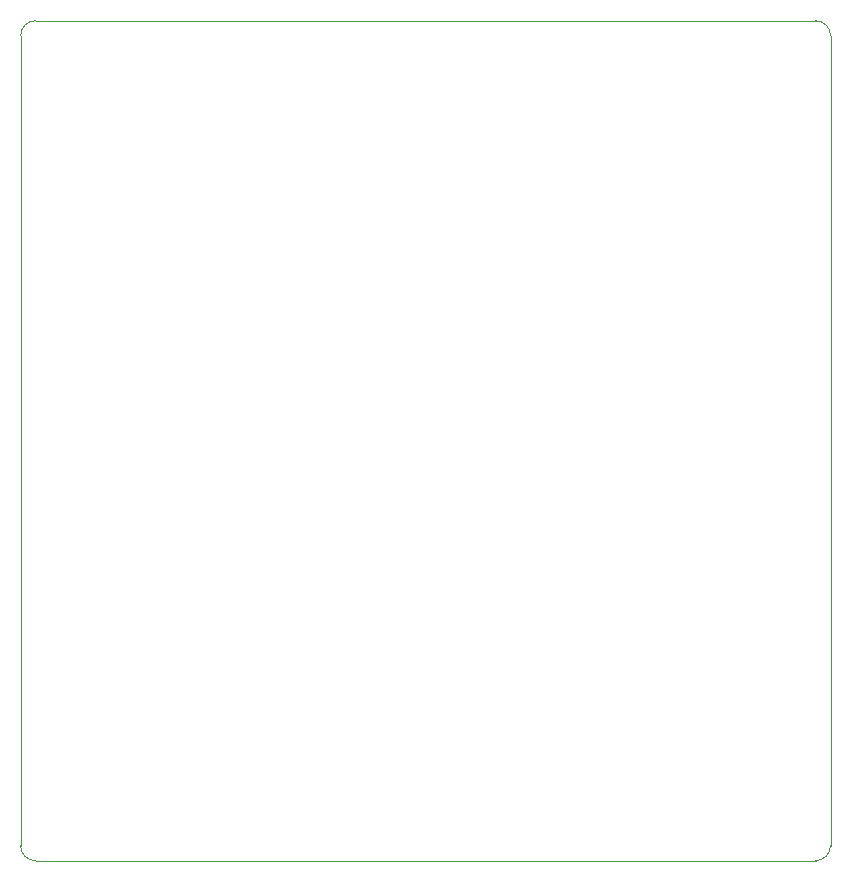
<source format=gbr>
G04 #@! TF.GenerationSoftware,KiCad,Pcbnew,(5.1.4)-1*
G04 #@! TF.CreationDate,2019-11-17T22:20:53+01:00*
G04 #@! TF.ProjectId,Airrohr_pcb,41697272-6f68-4725-9f70-63622e6b6963,rev?*
G04 #@! TF.SameCoordinates,Original*
G04 #@! TF.FileFunction,Profile,NP*
%FSLAX46Y46*%
G04 Gerber Fmt 4.6, Leading zero omitted, Abs format (unit mm)*
G04 Created by KiCad (PCBNEW (5.1.4)-1) date 2019-11-17 22:20:53*
%MOMM*%
%LPD*%
G04 APERTURE LIST*
%ADD10C,0.050000*%
G04 APERTURE END LIST*
D10*
X140970000Y-88900000D02*
X207010000Y-88900000D01*
X208280000Y-19050000D02*
X208280000Y-87630000D01*
X208280000Y-87630000D02*
G75*
G02X207010000Y-88900000I-1270000J0D01*
G01*
X140970000Y-17780000D02*
X207010000Y-17780000D01*
X139700000Y-87630000D02*
X139700000Y-19050000D01*
X140970000Y-88900000D02*
G75*
G02X139700000Y-87630000I0J1270000D01*
G01*
X207010000Y-17780000D02*
G75*
G02X208280000Y-19050000I0J-1270000D01*
G01*
X139700000Y-19050000D02*
G75*
G02X140970000Y-17780000I1270000J0D01*
G01*
M02*

</source>
